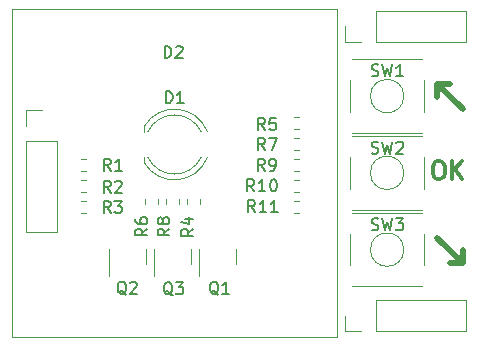
<source format=gbr>
%TF.GenerationSoftware,KiCad,Pcbnew,(6.0.1-0)*%
%TF.CreationDate,2022-03-07T17:04:25+09:00*%
%TF.ProjectId,qLAMP-lcd,714c414d-502d-46c6-9364-2e6b69636164,rev?*%
%TF.SameCoordinates,Original*%
%TF.FileFunction,Legend,Top*%
%TF.FilePolarity,Positive*%
%FSLAX46Y46*%
G04 Gerber Fmt 4.6, Leading zero omitted, Abs format (unit mm)*
G04 Created by KiCad (PCBNEW (6.0.1-0)) date 2022-03-07 17:04:25*
%MOMM*%
%LPD*%
G01*
G04 APERTURE LIST*
%ADD10C,0.500000*%
%ADD11C,0.300000*%
%ADD12C,0.150000*%
%ADD13C,0.120000*%
G04 APERTURE END LIST*
D10*
X170579526Y-98289526D02*
X168424534Y-96134534D01*
X168424534Y-97212030D02*
X168424534Y-96134534D01*
X169502030Y-96134534D01*
X168424534Y-109134534D02*
X170579526Y-111289526D01*
X170579526Y-110212030D02*
X170579526Y-111289526D01*
X169502030Y-111289526D01*
D11*
X168407142Y-102688571D02*
X168692857Y-102688571D01*
X168835714Y-102760000D01*
X168978571Y-102902857D01*
X169050000Y-103188571D01*
X169050000Y-103688571D01*
X168978571Y-103974285D01*
X168835714Y-104117142D01*
X168692857Y-104188571D01*
X168407142Y-104188571D01*
X168264285Y-104117142D01*
X168121428Y-103974285D01*
X168050000Y-103688571D01*
X168050000Y-103188571D01*
X168121428Y-102902857D01*
X168264285Y-102760000D01*
X168407142Y-102688571D01*
X169692857Y-104188571D02*
X169692857Y-102688571D01*
X170550000Y-104188571D02*
X169907142Y-103331428D01*
X170550000Y-102688571D02*
X169692857Y-103545714D01*
D12*
%TO.C,D1*%
X145451909Y-97752376D02*
X145451909Y-96752376D01*
X145690005Y-96752376D01*
X145832862Y-96799996D01*
X145928100Y-96895234D01*
X145975719Y-96990472D01*
X146023338Y-97180948D01*
X146023338Y-97323805D01*
X145975719Y-97514281D01*
X145928100Y-97609519D01*
X145832862Y-97704757D01*
X145690005Y-97752376D01*
X145451909Y-97752376D01*
X146975719Y-97752376D02*
X146404290Y-97752376D01*
X146690005Y-97752376D02*
X146690005Y-96752376D01*
X146594766Y-96895234D01*
X146499528Y-96990472D01*
X146404290Y-97038091D01*
%TO.C,D2*%
X145351904Y-93922380D02*
X145351904Y-92922380D01*
X145590000Y-92922380D01*
X145732857Y-92970000D01*
X145828095Y-93065238D01*
X145875714Y-93160476D01*
X145923333Y-93350952D01*
X145923333Y-93493809D01*
X145875714Y-93684285D01*
X145828095Y-93779523D01*
X145732857Y-93874761D01*
X145590000Y-93922380D01*
X145351904Y-93922380D01*
X146304285Y-93017619D02*
X146351904Y-92970000D01*
X146447142Y-92922380D01*
X146685238Y-92922380D01*
X146780476Y-92970000D01*
X146828095Y-93017619D01*
X146875714Y-93112857D01*
X146875714Y-93208095D01*
X146828095Y-93350952D01*
X146256666Y-93922380D01*
X146875714Y-93922380D01*
%TO.C,R8*%
X145762380Y-108386666D02*
X145286190Y-108720000D01*
X145762380Y-108958095D02*
X144762380Y-108958095D01*
X144762380Y-108577142D01*
X144810000Y-108481904D01*
X144857619Y-108434285D01*
X144952857Y-108386666D01*
X145095714Y-108386666D01*
X145190952Y-108434285D01*
X145238571Y-108481904D01*
X145286190Y-108577142D01*
X145286190Y-108958095D01*
X145190952Y-107815238D02*
X145143333Y-107910476D01*
X145095714Y-107958095D01*
X145000476Y-108005714D01*
X144952857Y-108005714D01*
X144857619Y-107958095D01*
X144810000Y-107910476D01*
X144762380Y-107815238D01*
X144762380Y-107624761D01*
X144810000Y-107529523D01*
X144857619Y-107481904D01*
X144952857Y-107434285D01*
X145000476Y-107434285D01*
X145095714Y-107481904D01*
X145143333Y-107529523D01*
X145190952Y-107624761D01*
X145190952Y-107815238D01*
X145238571Y-107910476D01*
X145286190Y-107958095D01*
X145381428Y-108005714D01*
X145571904Y-108005714D01*
X145667142Y-107958095D01*
X145714761Y-107910476D01*
X145762380Y-107815238D01*
X145762380Y-107624761D01*
X145714761Y-107529523D01*
X145667142Y-107481904D01*
X145571904Y-107434285D01*
X145381428Y-107434285D01*
X145286190Y-107481904D01*
X145238571Y-107529523D01*
X145190952Y-107624761D01*
%TO.C,Q2*%
X142114761Y-113977619D02*
X142019523Y-113930000D01*
X141924285Y-113834761D01*
X141781428Y-113691904D01*
X141686190Y-113644285D01*
X141590952Y-113644285D01*
X141638571Y-113882380D02*
X141543333Y-113834761D01*
X141448095Y-113739523D01*
X141400476Y-113549047D01*
X141400476Y-113215714D01*
X141448095Y-113025238D01*
X141543333Y-112930000D01*
X141638571Y-112882380D01*
X141829047Y-112882380D01*
X141924285Y-112930000D01*
X142019523Y-113025238D01*
X142067142Y-113215714D01*
X142067142Y-113549047D01*
X142019523Y-113739523D01*
X141924285Y-113834761D01*
X141829047Y-113882380D01*
X141638571Y-113882380D01*
X142448095Y-112977619D02*
X142495714Y-112930000D01*
X142590952Y-112882380D01*
X142829047Y-112882380D01*
X142924285Y-112930000D01*
X142971904Y-112977619D01*
X143019523Y-113072857D01*
X143019523Y-113168095D01*
X142971904Y-113310952D01*
X142400476Y-113882380D01*
X143019523Y-113882380D01*
%TO.C,R7*%
X153843333Y-101722380D02*
X153510000Y-101246190D01*
X153271904Y-101722380D02*
X153271904Y-100722380D01*
X153652857Y-100722380D01*
X153748095Y-100770000D01*
X153795714Y-100817619D01*
X153843333Y-100912857D01*
X153843333Y-101055714D01*
X153795714Y-101150952D01*
X153748095Y-101198571D01*
X153652857Y-101246190D01*
X153271904Y-101246190D01*
X154176666Y-100722380D02*
X154843333Y-100722380D01*
X154414761Y-101722380D01*
%TO.C,R2*%
X140783333Y-105332380D02*
X140450000Y-104856190D01*
X140211904Y-105332380D02*
X140211904Y-104332380D01*
X140592857Y-104332380D01*
X140688095Y-104380000D01*
X140735714Y-104427619D01*
X140783333Y-104522857D01*
X140783333Y-104665714D01*
X140735714Y-104760952D01*
X140688095Y-104808571D01*
X140592857Y-104856190D01*
X140211904Y-104856190D01*
X141164285Y-104427619D02*
X141211904Y-104380000D01*
X141307142Y-104332380D01*
X141545238Y-104332380D01*
X141640476Y-104380000D01*
X141688095Y-104427619D01*
X141735714Y-104522857D01*
X141735714Y-104618095D01*
X141688095Y-104760952D01*
X141116666Y-105332380D01*
X141735714Y-105332380D01*
%TO.C,R1*%
X140783333Y-103472380D02*
X140450000Y-102996190D01*
X140211904Y-103472380D02*
X140211904Y-102472380D01*
X140592857Y-102472380D01*
X140688095Y-102520000D01*
X140735714Y-102567619D01*
X140783333Y-102662857D01*
X140783333Y-102805714D01*
X140735714Y-102900952D01*
X140688095Y-102948571D01*
X140592857Y-102996190D01*
X140211904Y-102996190D01*
X141735714Y-103472380D02*
X141164285Y-103472380D01*
X141450000Y-103472380D02*
X141450000Y-102472380D01*
X141354761Y-102615238D01*
X141259523Y-102710476D01*
X141164285Y-102758095D01*
%TO.C,SW3*%
X162876666Y-108464761D02*
X163019523Y-108512380D01*
X163257619Y-108512380D01*
X163352857Y-108464761D01*
X163400476Y-108417142D01*
X163448095Y-108321904D01*
X163448095Y-108226666D01*
X163400476Y-108131428D01*
X163352857Y-108083809D01*
X163257619Y-108036190D01*
X163067142Y-107988571D01*
X162971904Y-107940952D01*
X162924285Y-107893333D01*
X162876666Y-107798095D01*
X162876666Y-107702857D01*
X162924285Y-107607619D01*
X162971904Y-107560000D01*
X163067142Y-107512380D01*
X163305238Y-107512380D01*
X163448095Y-107560000D01*
X163781428Y-107512380D02*
X164019523Y-108512380D01*
X164210000Y-107798095D01*
X164400476Y-108512380D01*
X164638571Y-107512380D01*
X164924285Y-107512380D02*
X165543333Y-107512380D01*
X165210000Y-107893333D01*
X165352857Y-107893333D01*
X165448095Y-107940952D01*
X165495714Y-107988571D01*
X165543333Y-108083809D01*
X165543333Y-108321904D01*
X165495714Y-108417142D01*
X165448095Y-108464761D01*
X165352857Y-108512380D01*
X165067142Y-108512380D01*
X164971904Y-108464761D01*
X164924285Y-108417142D01*
%TO.C,R3*%
X140773333Y-107052380D02*
X140440000Y-106576190D01*
X140201904Y-107052380D02*
X140201904Y-106052380D01*
X140582857Y-106052380D01*
X140678095Y-106100000D01*
X140725714Y-106147619D01*
X140773333Y-106242857D01*
X140773333Y-106385714D01*
X140725714Y-106480952D01*
X140678095Y-106528571D01*
X140582857Y-106576190D01*
X140201904Y-106576190D01*
X141106666Y-106052380D02*
X141725714Y-106052380D01*
X141392380Y-106433333D01*
X141535238Y-106433333D01*
X141630476Y-106480952D01*
X141678095Y-106528571D01*
X141725714Y-106623809D01*
X141725714Y-106861904D01*
X141678095Y-106957142D01*
X141630476Y-107004761D01*
X141535238Y-107052380D01*
X141249523Y-107052380D01*
X141154285Y-107004761D01*
X141106666Y-106957142D01*
%TO.C,Q3*%
X146024761Y-114027619D02*
X145929523Y-113980000D01*
X145834285Y-113884761D01*
X145691428Y-113741904D01*
X145596190Y-113694285D01*
X145500952Y-113694285D01*
X145548571Y-113932380D02*
X145453333Y-113884761D01*
X145358095Y-113789523D01*
X145310476Y-113599047D01*
X145310476Y-113265714D01*
X145358095Y-113075238D01*
X145453333Y-112980000D01*
X145548571Y-112932380D01*
X145739047Y-112932380D01*
X145834285Y-112980000D01*
X145929523Y-113075238D01*
X145977142Y-113265714D01*
X145977142Y-113599047D01*
X145929523Y-113789523D01*
X145834285Y-113884761D01*
X145739047Y-113932380D01*
X145548571Y-113932380D01*
X146310476Y-112932380D02*
X146929523Y-112932380D01*
X146596190Y-113313333D01*
X146739047Y-113313333D01*
X146834285Y-113360952D01*
X146881904Y-113408571D01*
X146929523Y-113503809D01*
X146929523Y-113741904D01*
X146881904Y-113837142D01*
X146834285Y-113884761D01*
X146739047Y-113932380D01*
X146453333Y-113932380D01*
X146358095Y-113884761D01*
X146310476Y-113837142D01*
%TO.C,R4*%
X147772380Y-108406666D02*
X147296190Y-108740000D01*
X147772380Y-108978095D02*
X146772380Y-108978095D01*
X146772380Y-108597142D01*
X146820000Y-108501904D01*
X146867619Y-108454285D01*
X146962857Y-108406666D01*
X147105714Y-108406666D01*
X147200952Y-108454285D01*
X147248571Y-108501904D01*
X147296190Y-108597142D01*
X147296190Y-108978095D01*
X147105714Y-107549523D02*
X147772380Y-107549523D01*
X146724761Y-107787619D02*
X147439047Y-108025714D01*
X147439047Y-107406666D01*
%TO.C,R11*%
X153007142Y-106982380D02*
X152673809Y-106506190D01*
X152435714Y-106982380D02*
X152435714Y-105982380D01*
X152816666Y-105982380D01*
X152911904Y-106030000D01*
X152959523Y-106077619D01*
X153007142Y-106172857D01*
X153007142Y-106315714D01*
X152959523Y-106410952D01*
X152911904Y-106458571D01*
X152816666Y-106506190D01*
X152435714Y-106506190D01*
X153959523Y-106982380D02*
X153388095Y-106982380D01*
X153673809Y-106982380D02*
X153673809Y-105982380D01*
X153578571Y-106125238D01*
X153483333Y-106220476D01*
X153388095Y-106268095D01*
X154911904Y-106982380D02*
X154340476Y-106982380D01*
X154626190Y-106982380D02*
X154626190Y-105982380D01*
X154530952Y-106125238D01*
X154435714Y-106220476D01*
X154340476Y-106268095D01*
%TO.C,Q1*%
X149904761Y-113977619D02*
X149809523Y-113930000D01*
X149714285Y-113834761D01*
X149571428Y-113691904D01*
X149476190Y-113644285D01*
X149380952Y-113644285D01*
X149428571Y-113882380D02*
X149333333Y-113834761D01*
X149238095Y-113739523D01*
X149190476Y-113549047D01*
X149190476Y-113215714D01*
X149238095Y-113025238D01*
X149333333Y-112930000D01*
X149428571Y-112882380D01*
X149619047Y-112882380D01*
X149714285Y-112930000D01*
X149809523Y-113025238D01*
X149857142Y-113215714D01*
X149857142Y-113549047D01*
X149809523Y-113739523D01*
X149714285Y-113834761D01*
X149619047Y-113882380D01*
X149428571Y-113882380D01*
X150809523Y-113882380D02*
X150238095Y-113882380D01*
X150523809Y-113882380D02*
X150523809Y-112882380D01*
X150428571Y-113025238D01*
X150333333Y-113120476D01*
X150238095Y-113168095D01*
%TO.C,R5*%
X153843333Y-100032380D02*
X153510000Y-99556190D01*
X153271904Y-100032380D02*
X153271904Y-99032380D01*
X153652857Y-99032380D01*
X153748095Y-99080000D01*
X153795714Y-99127619D01*
X153843333Y-99222857D01*
X153843333Y-99365714D01*
X153795714Y-99460952D01*
X153748095Y-99508571D01*
X153652857Y-99556190D01*
X153271904Y-99556190D01*
X154748095Y-99032380D02*
X154271904Y-99032380D01*
X154224285Y-99508571D01*
X154271904Y-99460952D01*
X154367142Y-99413333D01*
X154605238Y-99413333D01*
X154700476Y-99460952D01*
X154748095Y-99508571D01*
X154795714Y-99603809D01*
X154795714Y-99841904D01*
X154748095Y-99937142D01*
X154700476Y-99984761D01*
X154605238Y-100032380D01*
X154367142Y-100032380D01*
X154271904Y-99984761D01*
X154224285Y-99937142D01*
%TO.C,R9*%
X153823333Y-103462380D02*
X153490000Y-102986190D01*
X153251904Y-103462380D02*
X153251904Y-102462380D01*
X153632857Y-102462380D01*
X153728095Y-102510000D01*
X153775714Y-102557619D01*
X153823333Y-102652857D01*
X153823333Y-102795714D01*
X153775714Y-102890952D01*
X153728095Y-102938571D01*
X153632857Y-102986190D01*
X153251904Y-102986190D01*
X154299523Y-103462380D02*
X154490000Y-103462380D01*
X154585238Y-103414761D01*
X154632857Y-103367142D01*
X154728095Y-103224285D01*
X154775714Y-103033809D01*
X154775714Y-102652857D01*
X154728095Y-102557619D01*
X154680476Y-102510000D01*
X154585238Y-102462380D01*
X154394761Y-102462380D01*
X154299523Y-102510000D01*
X154251904Y-102557619D01*
X154204285Y-102652857D01*
X154204285Y-102890952D01*
X154251904Y-102986190D01*
X154299523Y-103033809D01*
X154394761Y-103081428D01*
X154585238Y-103081428D01*
X154680476Y-103033809D01*
X154728095Y-102986190D01*
X154775714Y-102890952D01*
%TO.C,SW2*%
X162876666Y-101974761D02*
X163019523Y-102022380D01*
X163257619Y-102022380D01*
X163352857Y-101974761D01*
X163400476Y-101927142D01*
X163448095Y-101831904D01*
X163448095Y-101736666D01*
X163400476Y-101641428D01*
X163352857Y-101593809D01*
X163257619Y-101546190D01*
X163067142Y-101498571D01*
X162971904Y-101450952D01*
X162924285Y-101403333D01*
X162876666Y-101308095D01*
X162876666Y-101212857D01*
X162924285Y-101117619D01*
X162971904Y-101070000D01*
X163067142Y-101022380D01*
X163305238Y-101022380D01*
X163448095Y-101070000D01*
X163781428Y-101022380D02*
X164019523Y-102022380D01*
X164210000Y-101308095D01*
X164400476Y-102022380D01*
X164638571Y-101022380D01*
X164971904Y-101117619D02*
X165019523Y-101070000D01*
X165114761Y-101022380D01*
X165352857Y-101022380D01*
X165448095Y-101070000D01*
X165495714Y-101117619D01*
X165543333Y-101212857D01*
X165543333Y-101308095D01*
X165495714Y-101450952D01*
X164924285Y-102022380D01*
X165543333Y-102022380D01*
%TO.C,SW1*%
X162876666Y-95424761D02*
X163019523Y-95472380D01*
X163257619Y-95472380D01*
X163352857Y-95424761D01*
X163400476Y-95377142D01*
X163448095Y-95281904D01*
X163448095Y-95186666D01*
X163400476Y-95091428D01*
X163352857Y-95043809D01*
X163257619Y-94996190D01*
X163067142Y-94948571D01*
X162971904Y-94900952D01*
X162924285Y-94853333D01*
X162876666Y-94758095D01*
X162876666Y-94662857D01*
X162924285Y-94567619D01*
X162971904Y-94520000D01*
X163067142Y-94472380D01*
X163305238Y-94472380D01*
X163448095Y-94520000D01*
X163781428Y-94472380D02*
X164019523Y-95472380D01*
X164210000Y-94758095D01*
X164400476Y-95472380D01*
X164638571Y-94472380D01*
X165543333Y-95472380D02*
X164971904Y-95472380D01*
X165257619Y-95472380D02*
X165257619Y-94472380D01*
X165162380Y-94615238D01*
X165067142Y-94710476D01*
X164971904Y-94758095D01*
%TO.C,R6*%
X143882380Y-108386666D02*
X143406190Y-108720000D01*
X143882380Y-108958095D02*
X142882380Y-108958095D01*
X142882380Y-108577142D01*
X142930000Y-108481904D01*
X142977619Y-108434285D01*
X143072857Y-108386666D01*
X143215714Y-108386666D01*
X143310952Y-108434285D01*
X143358571Y-108481904D01*
X143406190Y-108577142D01*
X143406190Y-108958095D01*
X142882380Y-107529523D02*
X142882380Y-107720000D01*
X142930000Y-107815238D01*
X142977619Y-107862857D01*
X143120476Y-107958095D01*
X143310952Y-108005714D01*
X143691904Y-108005714D01*
X143787142Y-107958095D01*
X143834761Y-107910476D01*
X143882380Y-107815238D01*
X143882380Y-107624761D01*
X143834761Y-107529523D01*
X143787142Y-107481904D01*
X143691904Y-107434285D01*
X143453809Y-107434285D01*
X143358571Y-107481904D01*
X143310952Y-107529523D01*
X143263333Y-107624761D01*
X143263333Y-107815238D01*
X143310952Y-107910476D01*
X143358571Y-107958095D01*
X143453809Y-108005714D01*
%TO.C,R10*%
X152937142Y-105212380D02*
X152603809Y-104736190D01*
X152365714Y-105212380D02*
X152365714Y-104212380D01*
X152746666Y-104212380D01*
X152841904Y-104260000D01*
X152889523Y-104307619D01*
X152937142Y-104402857D01*
X152937142Y-104545714D01*
X152889523Y-104640952D01*
X152841904Y-104688571D01*
X152746666Y-104736190D01*
X152365714Y-104736190D01*
X153889523Y-105212380D02*
X153318095Y-105212380D01*
X153603809Y-105212380D02*
X153603809Y-104212380D01*
X153508571Y-104355238D01*
X153413333Y-104450476D01*
X153318095Y-104498095D01*
X154508571Y-104212380D02*
X154603809Y-104212380D01*
X154699047Y-104260000D01*
X154746666Y-104307619D01*
X154794285Y-104402857D01*
X154841904Y-104593333D01*
X154841904Y-104831428D01*
X154794285Y-105021904D01*
X154746666Y-105117142D01*
X154699047Y-105164761D01*
X154603809Y-105212380D01*
X154508571Y-105212380D01*
X154413333Y-105164761D01*
X154365714Y-105117142D01*
X154318095Y-105021904D01*
X154270476Y-104831428D01*
X154270476Y-104593333D01*
X154318095Y-104402857D01*
X154365714Y-104307619D01*
X154413333Y-104260000D01*
X154508571Y-104212380D01*
D13*
%TO.C,D1*%
X143630005Y-99714996D02*
X143630005Y-100179996D01*
X143630005Y-102339996D02*
X143630005Y-102804996D01*
X143630005Y-102804826D02*
G75*
G03*
X148977820Y-102340823I2560000J1544831D01*
G01*
X148444484Y-100179567D02*
G75*
G03*
X143935321Y-100179996I-2254479J-1080429D01*
G01*
X143935321Y-102339996D02*
G75*
G03*
X148444484Y-102340425I2254684J1080000D01*
G01*
X148977819Y-100179169D02*
G75*
G03*
X143630005Y-99715166I-2787814J-1080826D01*
G01*
%TO.C,D2*%
X159940000Y-89760000D02*
X159940000Y-117560000D01*
X132440000Y-117560000D02*
X159940000Y-117560000D01*
X132440000Y-89760000D02*
X159940000Y-89760000D01*
X132440000Y-89760000D02*
X132440000Y-117560000D01*
%TO.C,R8*%
X146551500Y-105842741D02*
X146551500Y-106317257D01*
X145506500Y-105842741D02*
X145506500Y-106317257D01*
%TO.C,J1*%
X163210000Y-89930000D02*
X170890000Y-89930000D01*
X170890000Y-92590000D02*
X170890000Y-89930000D01*
X161940000Y-92590000D02*
X160610000Y-92590000D01*
X163210000Y-92590000D02*
X170890000Y-92590000D01*
X163210000Y-92590000D02*
X163210000Y-89930000D01*
X160610000Y-92590000D02*
X160610000Y-91260000D01*
%TO.C,Q2*%
X140659000Y-110750000D02*
X140659000Y-110100000D01*
X143779000Y-110750000D02*
X143779000Y-110100000D01*
X140659000Y-110750000D02*
X140659000Y-112425000D01*
X143779000Y-110750000D02*
X143779000Y-111400000D01*
%TO.C,R7*%
X156281942Y-100701499D02*
X156756458Y-100701499D01*
X156281942Y-101746499D02*
X156756458Y-101746499D01*
%TO.C,J3*%
X133610000Y-98370000D02*
X134940000Y-98370000D01*
X133610000Y-108650000D02*
X136270000Y-108650000D01*
X133610000Y-100970000D02*
X133610000Y-108650000D01*
X133610000Y-100970000D02*
X136270000Y-100970000D01*
X136270000Y-100970000D02*
X136270000Y-108650000D01*
X133610000Y-99700000D02*
X133610000Y-98370000D01*
%TO.C,R2*%
X138247942Y-104257499D02*
X138722458Y-104257499D01*
X138247942Y-105302499D02*
X138722458Y-105302499D01*
%TO.C,R1*%
X138247942Y-103524499D02*
X138722458Y-103524499D01*
X138247942Y-102479499D02*
X138722458Y-102479499D01*
%TO.C,SW3*%
X161220000Y-107040000D02*
X167160000Y-107040000D01*
X161070000Y-111500000D02*
X161070000Y-108820000D01*
X161220000Y-113280000D02*
X167160000Y-113280000D01*
X167310000Y-108820000D02*
X167310000Y-111500000D01*
X165604214Y-110160000D02*
G75*
G03*
X165604214Y-110160000I-1414214J0D01*
G01*
%TO.C,R3*%
X138247942Y-106035499D02*
X138722458Y-106035499D01*
X138247942Y-107080499D02*
X138722458Y-107080499D01*
%TO.C,Q3*%
X144469000Y-110750000D02*
X144469000Y-112425000D01*
X147589000Y-110750000D02*
X147589000Y-111400000D01*
X147589000Y-110750000D02*
X147589000Y-110100000D01*
X144469000Y-110750000D02*
X144469000Y-110100000D01*
%TO.C,R4*%
X147284500Y-105842741D02*
X147284500Y-106317257D01*
X148329500Y-105842741D02*
X148329500Y-106317257D01*
%TO.C,R11*%
X156281942Y-106035499D02*
X156756458Y-106035499D01*
X156281942Y-107080499D02*
X156756458Y-107080499D01*
%TO.C,Q1*%
X151399000Y-110750000D02*
X151399000Y-110100000D01*
X151399000Y-110750000D02*
X151399000Y-111400000D01*
X148279000Y-110750000D02*
X148279000Y-110100000D01*
X148279000Y-110750000D02*
X148279000Y-112425000D01*
%TO.C,R5*%
X156281942Y-98923499D02*
X156756458Y-98923499D01*
X156281942Y-99968499D02*
X156756458Y-99968499D01*
%TO.C,R9*%
X156281942Y-103524499D02*
X156756458Y-103524499D01*
X156281942Y-102479499D02*
X156756458Y-102479499D01*
%TO.C,SW2*%
X161220000Y-106780000D02*
X167160000Y-106780000D01*
X161220000Y-100540000D02*
X167160000Y-100540000D01*
X167310000Y-102320000D02*
X167310000Y-105000000D01*
X161070000Y-105000000D02*
X161070000Y-102320000D01*
X165604214Y-103660000D02*
G75*
G03*
X165604214Y-103660000I-1414214J0D01*
G01*
%TO.C,SW1*%
X161070000Y-98500000D02*
X161070000Y-95820000D01*
X167310000Y-95820000D02*
X167310000Y-98500000D01*
X161220000Y-100280000D02*
X167160000Y-100280000D01*
X161220000Y-94040000D02*
X167160000Y-94040000D01*
X165604214Y-97160000D02*
G75*
G03*
X165604214Y-97160000I-1414214J0D01*
G01*
%TO.C,R6*%
X143728500Y-105842741D02*
X143728500Y-106317257D01*
X144773500Y-105842741D02*
X144773500Y-106317257D01*
%TO.C,J2*%
X170890000Y-117090000D02*
X170890000Y-114430000D01*
X161940000Y-117090000D02*
X160610000Y-117090000D01*
X163210000Y-117090000D02*
X170890000Y-117090000D01*
X163210000Y-117090000D02*
X163210000Y-114430000D01*
X160610000Y-117090000D02*
X160610000Y-115760000D01*
X163210000Y-114430000D02*
X170890000Y-114430000D01*
%TO.C,R10*%
X156281942Y-105302499D02*
X156756458Y-105302499D01*
X156281942Y-104257499D02*
X156756458Y-104257499D01*
%TD*%
M02*

</source>
